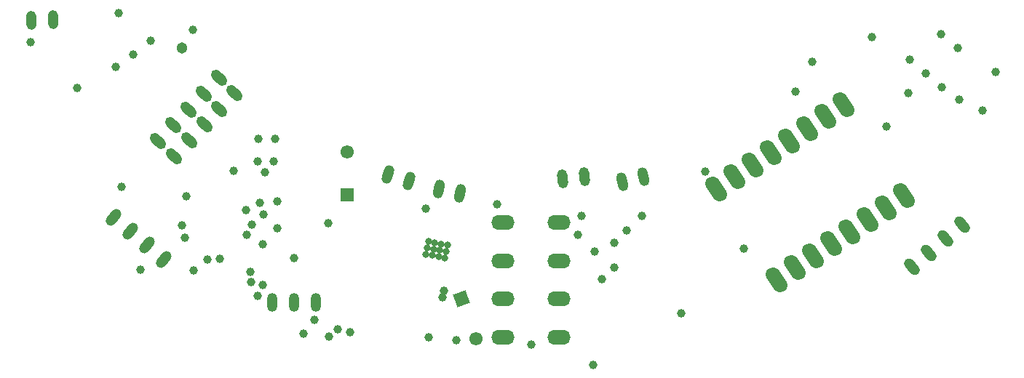
<source format=gbs>
%FSLAX25Y25*%
%MOIN*%
G70*
G01*
G75*
G04 Layer_Color=16711935*
G04:AMPARAMS|DCode=10|XSize=37.4mil|YSize=29.53mil|CornerRadius=0mil|HoleSize=0mil|Usage=FLASHONLY|Rotation=93.284|XOffset=0mil|YOffset=0mil|HoleType=Round|Shape=Rectangle|*
%AMROTATEDRECTD10*
4,1,4,0.01581,-0.01782,-0.01367,-0.01952,-0.01581,0.01782,0.01367,0.01952,0.01581,-0.01782,0.0*
%
%ADD10ROTATEDRECTD10*%

G04:AMPARAMS|DCode=11|XSize=59.06mil|YSize=118.11mil|CornerRadius=0mil|HoleSize=0mil|Usage=FLASHONLY|Rotation=325.000|XOffset=0mil|YOffset=0mil|HoleType=Round|Shape=Rectangle|*
%AMROTATEDRECTD11*
4,1,4,-0.05806,-0.03144,0.00969,0.06531,0.05806,0.03144,-0.00969,-0.06531,-0.05806,-0.03144,0.0*
%
%ADD11ROTATEDRECTD11*%

G04:AMPARAMS|DCode=12|XSize=37.4mil|YSize=29.53mil|CornerRadius=0mil|HoleSize=0mil|Usage=FLASHONLY|Rotation=214.500|XOffset=0mil|YOffset=0mil|HoleType=Round|Shape=Rectangle|*
%AMROTATEDRECTD12*
4,1,4,0.00705,0.02276,0.02377,-0.00158,-0.00705,-0.02276,-0.02377,0.00158,0.00705,0.02276,0.0*
%
%ADD12ROTATEDRECTD12*%

G04:AMPARAMS|DCode=13|XSize=37.4mil|YSize=29.53mil|CornerRadius=0mil|HoleSize=0mil|Usage=FLASHONLY|Rotation=212.500|XOffset=0mil|YOffset=0mil|HoleType=Round|Shape=Rectangle|*
%AMROTATEDRECTD13*
4,1,4,0.00784,0.02250,0.02371,-0.00240,-0.00784,-0.02250,-0.02371,0.00240,0.00784,0.02250,0.0*
%
%ADD13ROTATEDRECTD13*%

G04:AMPARAMS|DCode=14|XSize=37.4mil|YSize=29.53mil|CornerRadius=0mil|HoleSize=0mil|Usage=FLASHONLY|Rotation=120.243|XOffset=0mil|YOffset=0mil|HoleType=Round|Shape=Rectangle|*
%AMROTATEDRECTD14*
4,1,4,0.02217,-0.00872,-0.00334,-0.02359,-0.02217,0.00872,0.00334,0.02359,0.02217,-0.00872,0.0*
%
%ADD14ROTATEDRECTD14*%

G04:AMPARAMS|DCode=15|XSize=37.4mil|YSize=29.53mil|CornerRadius=0mil|HoleSize=0mil|Usage=FLASHONLY|Rotation=210.500|XOffset=0mil|YOffset=0mil|HoleType=Round|Shape=Rectangle|*
%AMROTATEDRECTD15*
4,1,4,0.00862,0.02221,0.02361,-0.00323,-0.00862,-0.02221,-0.02361,0.00323,0.00862,0.02221,0.0*
%
%ADD15ROTATEDRECTD15*%

G04:AMPARAMS|DCode=16|XSize=37.4mil|YSize=29.53mil|CornerRadius=0mil|HoleSize=0mil|Usage=FLASHONLY|Rotation=213.500|XOffset=0mil|YOffset=0mil|HoleType=Round|Shape=Rectangle|*
%AMROTATEDRECTD16*
4,1,4,0.00745,0.02263,0.02374,-0.00199,-0.00745,-0.02263,-0.02374,0.00199,0.00745,0.02263,0.0*
%
%ADD16ROTATEDRECTD16*%

G04:AMPARAMS|DCode=17|XSize=37.4mil|YSize=29.53mil|CornerRadius=0mil|HoleSize=0mil|Usage=FLASHONLY|Rotation=130.000|XOffset=0mil|YOffset=0mil|HoleType=Round|Shape=Rectangle|*
%AMROTATEDRECTD17*
4,1,4,0.02333,-0.00484,0.00071,-0.02382,-0.02333,0.00484,-0.00071,0.02382,0.02333,-0.00484,0.0*
%
%ADD17ROTATEDRECTD17*%

G04:AMPARAMS|DCode=18|XSize=37.4mil|YSize=29.53mil|CornerRadius=0mil|HoleSize=0mil|Usage=FLASHONLY|Rotation=216.500|XOffset=0mil|YOffset=0mil|HoleType=Round|Shape=Rectangle|*
%AMROTATEDRECTD18*
4,1,4,0.00625,0.02299,0.02382,-0.00074,-0.00625,-0.02299,-0.02382,0.00074,0.00625,0.02299,0.0*
%
%ADD18ROTATEDRECTD18*%

G04:AMPARAMS|DCode=19|XSize=37.4mil|YSize=29.53mil|CornerRadius=0mil|HoleSize=0mil|Usage=FLASHONLY|Rotation=219.500|XOffset=0mil|YOffset=0mil|HoleType=Round|Shape=Rectangle|*
%AMROTATEDRECTD19*
4,1,4,0.00504,0.02329,0.02382,0.00050,-0.00504,-0.02329,-0.02382,-0.00050,0.00504,0.02329,0.0*
%
%ADD19ROTATEDRECTD19*%

G04:AMPARAMS|DCode=20|XSize=37.4mil|YSize=29.53mil|CornerRadius=0mil|HoleSize=0mil|Usage=FLASHONLY|Rotation=222.500|XOffset=0mil|YOffset=0mil|HoleType=Round|Shape=Rectangle|*
%AMROTATEDRECTD20*
4,1,4,0.00381,0.02352,0.02376,0.00175,-0.00381,-0.02352,-0.02376,-0.00175,0.00381,0.02352,0.0*
%
%ADD20ROTATEDRECTD20*%

G04:AMPARAMS|DCode=21|XSize=37.4mil|YSize=29.53mil|CornerRadius=0mil|HoleSize=0mil|Usage=FLASHONLY|Rotation=45.000|XOffset=0mil|YOffset=0mil|HoleType=Round|Shape=Rectangle|*
%AMROTATEDRECTD21*
4,1,4,-0.00278,-0.02366,-0.02366,-0.00278,0.00278,0.02366,0.02366,0.00278,-0.00278,-0.02366,0.0*
%
%ADD21ROTATEDRECTD21*%

G04:AMPARAMS|DCode=22|XSize=37.4mil|YSize=29.53mil|CornerRadius=0mil|HoleSize=0mil|Usage=FLASHONLY|Rotation=259.000|XOffset=0mil|YOffset=0mil|HoleType=Round|Shape=Rectangle|*
%AMROTATEDRECTD22*
4,1,4,-0.01092,0.02117,0.01806,0.01554,0.01092,-0.02117,-0.01806,-0.01554,-0.01092,0.02117,0.0*
%
%ADD22ROTATEDRECTD22*%

G04:AMPARAMS|DCode=23|XSize=37.4mil|YSize=29.53mil|CornerRadius=0mil|HoleSize=0mil|Usage=FLASHONLY|Rotation=262.500|XOffset=0mil|YOffset=0mil|HoleType=Round|Shape=Rectangle|*
%AMROTATEDRECTD23*
4,1,4,-0.01220,0.02047,0.01708,0.01661,0.01220,-0.02047,-0.01708,-0.01661,-0.01220,0.02047,0.0*
%
%ADD23ROTATEDRECTD23*%

G04:AMPARAMS|DCode=24|XSize=37.4mil|YSize=29.53mil|CornerRadius=0mil|HoleSize=0mil|Usage=FLASHONLY|Rotation=358.956|XOffset=0mil|YOffset=0mil|HoleType=Round|Shape=Rectangle|*
%AMROTATEDRECTD24*
4,1,4,-0.01897,-0.01442,-0.01843,0.01510,0.01897,0.01442,0.01843,-0.01510,-0.01897,-0.01442,0.0*
%
%ADD24ROTATEDRECTD24*%

G04:AMPARAMS|DCode=25|XSize=37.4mil|YSize=29.53mil|CornerRadius=0mil|HoleSize=0mil|Usage=FLASHONLY|Rotation=199.000|XOffset=0mil|YOffset=0mil|HoleType=Round|Shape=Rectangle|*
%AMROTATEDRECTD25*
4,1,4,0.01288,0.02005,0.02249,-0.00787,-0.01288,-0.02005,-0.02249,0.00787,0.01288,0.02005,0.0*
%
%ADD25ROTATEDRECTD25*%

G04:AMPARAMS|DCode=26|XSize=37.4mil|YSize=29.53mil|CornerRadius=0mil|HoleSize=0mil|Usage=FLASHONLY|Rotation=182.681|XOffset=0mil|YOffset=0mil|HoleType=Round|Shape=Rectangle|*
%AMROTATEDRECTD26*
4,1,4,0.01799,0.01562,0.01937,-0.01387,-0.01799,-0.01562,-0.01937,0.01387,0.01799,0.01562,0.0*
%
%ADD26ROTATEDRECTD26*%

G04:AMPARAMS|DCode=27|XSize=37.4mil|YSize=29.53mil|CornerRadius=0mil|HoleSize=0mil|Usage=FLASHONLY|Rotation=95.500|XOffset=0mil|YOffset=0mil|HoleType=Round|Shape=Rectangle|*
%AMROTATEDRECTD27*
4,1,4,0.01649,-0.01720,-0.01290,-0.02003,-0.01649,0.01720,0.01290,0.02003,0.01649,-0.01720,0.0*
%
%ADD27ROTATEDRECTD27*%

G04:AMPARAMS|DCode=28|XSize=37.4mil|YSize=29.53mil|CornerRadius=0mil|HoleSize=0mil|Usage=FLASHONLY|Rotation=77.000|XOffset=0mil|YOffset=0mil|HoleType=Round|Shape=Rectangle|*
%AMROTATEDRECTD28*
4,1,4,0.01018,-0.02154,-0.01859,-0.01490,-0.01018,0.02154,0.01859,0.01490,0.01018,-0.02154,0.0*
%
%ADD28ROTATEDRECTD28*%

%ADD29R,0.05709X0.01181*%
%ADD30R,0.01181X0.05709*%
G04:AMPARAMS|DCode=31|XSize=37.4mil|YSize=29.53mil|CornerRadius=0mil|HoleSize=0mil|Usage=FLASHONLY|Rotation=96.500|XOffset=0mil|YOffset=0mil|HoleType=Round|Shape=Rectangle|*
%AMROTATEDRECTD31*
4,1,4,0.01679,-0.01691,-0.01255,-0.02025,-0.01679,0.01691,0.01255,0.02025,0.01679,-0.01691,0.0*
%
%ADD31ROTATEDRECTD31*%

G04:AMPARAMS|DCode=32|XSize=37.4mil|YSize=29.53mil|CornerRadius=0mil|HoleSize=0mil|Usage=FLASHONLY|Rotation=272.280|XOffset=0mil|YOffset=0mil|HoleType=Round|Shape=Rectangle|*
%AMROTATEDRECTD32*
4,1,4,-0.01550,0.01810,0.01401,0.01927,0.01550,-0.01810,-0.01401,-0.01927,-0.01550,0.01810,0.0*
%
%ADD32ROTATEDRECTD32*%

G04:AMPARAMS|DCode=33|XSize=37.4mil|YSize=29.53mil|CornerRadius=0mil|HoleSize=0mil|Usage=FLASHONLY|Rotation=84.948|XOffset=0mil|YOffset=0mil|HoleType=Round|Shape=Rectangle|*
%AMROTATEDRECTD33*
4,1,4,0.01306,-0.01993,-0.01635,-0.01733,-0.01306,0.01993,0.01635,0.01733,0.01306,-0.01993,0.0*
%
%ADD33ROTATEDRECTD33*%

G04:AMPARAMS|DCode=34|XSize=66.93mil|YSize=78.74mil|CornerRadius=0mil|HoleSize=0mil|Usage=FLASHONLY|Rotation=162.000|XOffset=0mil|YOffset=0mil|HoleType=Round|Shape=Rectangle|*
%AMROTATEDRECTD34*
4,1,4,0.04399,0.02710,0.01966,-0.04778,-0.04399,-0.02710,-0.01966,0.04778,0.04399,0.02710,0.0*
%
%ADD34ROTATEDRECTD34*%

G04:AMPARAMS|DCode=35|XSize=37.4mil|YSize=29.53mil|CornerRadius=0mil|HoleSize=0mil|Usage=FLASHONLY|Rotation=77.000|XOffset=0mil|YOffset=0mil|HoleType=Round|Shape=Rectangle|*
%AMROTATEDRECTD35*
4,1,4,0.01018,-0.02154,-0.01859,-0.01490,-0.01018,0.02154,0.01859,0.01490,0.01018,-0.02154,0.0*
%
%ADD35ROTATEDRECTD35*%

G04:AMPARAMS|DCode=36|XSize=37.4mil|YSize=29.53mil|CornerRadius=0mil|HoleSize=0mil|Usage=FLASHONLY|Rotation=352.500|XOffset=0mil|YOffset=0mil|HoleType=Round|Shape=Rectangle|*
%AMROTATEDRECTD36*
4,1,4,-0.02047,-0.01220,-0.01661,0.01708,0.02047,0.01220,0.01661,-0.01708,-0.02047,-0.01220,0.0*
%
%ADD36ROTATEDRECTD36*%

%ADD37P,0.12806X4X213.0*%
G04:AMPARAMS|DCode=38|XSize=37.4mil|YSize=29.53mil|CornerRadius=0mil|HoleSize=0mil|Usage=FLASHONLY|Rotation=96.500|XOffset=0mil|YOffset=0mil|HoleType=Round|Shape=Rectangle|*
%AMROTATEDRECTD38*
4,1,4,0.01679,-0.01691,-0.01255,-0.02025,-0.01679,0.01691,0.01255,0.02025,0.01679,-0.01691,0.0*
%
%ADD38ROTATEDRECTD38*%

G04:AMPARAMS|DCode=39|XSize=37.4mil|YSize=29.53mil|CornerRadius=0mil|HoleSize=0mil|Usage=FLASHONLY|Rotation=74.487|XOffset=0mil|YOffset=0mil|HoleType=Round|Shape=Rectangle|*
%AMROTATEDRECTD39*
4,1,4,0.00922,-0.02197,-0.01923,-0.01407,-0.00922,0.02197,0.01923,0.01407,0.00922,-0.02197,0.0*
%
%ADD39ROTATEDRECTD39*%

G04:AMPARAMS|DCode=40|XSize=59.06mil|YSize=118.11mil|CornerRadius=0mil|HoleSize=0mil|Usage=FLASHONLY|Rotation=33.000|XOffset=0mil|YOffset=0mil|HoleType=Round|Shape=Rectangle|*
%AMROTATEDRECTD40*
4,1,4,0.00740,-0.06561,-0.05693,0.03345,-0.00740,0.06561,0.05693,-0.03345,0.00740,-0.06561,0.0*
%
%ADD40ROTATEDRECTD40*%

G04:AMPARAMS|DCode=41|XSize=37.4mil|YSize=29.53mil|CornerRadius=0mil|HoleSize=0mil|Usage=FLASHONLY|Rotation=215.500|XOffset=0mil|YOffset=0mil|HoleType=Round|Shape=Rectangle|*
%AMROTATEDRECTD41*
4,1,4,0.00665,0.02288,0.02380,-0.00116,-0.00665,-0.02288,-0.02380,0.00116,0.00665,0.02288,0.0*
%
%ADD41ROTATEDRECTD41*%

G04:AMPARAMS|DCode=42|XSize=23.62mil|YSize=57.09mil|CornerRadius=0mil|HoleSize=0mil|Usage=FLASHONLY|Rotation=349.000|XOffset=0mil|YOffset=0mil|HoleType=Round|Shape=Rectangle|*
%AMROTATEDRECTD42*
4,1,4,-0.01704,-0.02577,-0.00615,0.03027,0.01704,0.02577,0.00615,-0.03027,-0.01704,-0.02577,0.0*
%
%ADD42ROTATEDRECTD42*%

G04:AMPARAMS|DCode=43|XSize=108.27mil|YSize=122.05mil|CornerRadius=0mil|HoleSize=0mil|Usage=FLASHONLY|Rotation=259.000|XOffset=0mil|YOffset=0mil|HoleType=Round|Shape=Rectangle|*
%AMROTATEDRECTD43*
4,1,4,-0.04957,0.06478,0.07023,0.04150,0.04957,-0.06478,-0.07023,-0.04150,-0.04957,0.06478,0.0*
%
%ADD43ROTATEDRECTD43*%

G04:AMPARAMS|DCode=44|XSize=37.4mil|YSize=29.53mil|CornerRadius=0mil|HoleSize=0mil|Usage=FLASHONLY|Rotation=100.500|XOffset=0mil|YOffset=0mil|HoleType=Round|Shape=Rectangle|*
%AMROTATEDRECTD44*
4,1,4,0.01792,-0.01570,-0.01111,-0.02108,-0.01792,0.01570,0.01111,0.02108,0.01792,-0.01570,0.0*
%
%ADD44ROTATEDRECTD44*%

%ADD45C,0.03000*%
%ADD46C,0.01000*%
%ADD47C,0.05000*%
%ADD48P,0.07517X4X134.5*%
%ADD49C,0.05315*%
G04:AMPARAMS|DCode=50|XSize=39.37mil|YSize=78.74mil|CornerRadius=0mil|HoleSize=0mil|Usage=FLASHONLY|Rotation=320.000|XOffset=0mil|YOffset=0mil|HoleType=Round|Shape=Round|*
%AMOVALD50*
21,1,0.03937,0.03937,0.00000,0.00000,50.0*
1,1,0.03937,-0.01265,-0.01508*
1,1,0.03937,0.01265,0.01508*
%
%ADD50OVALD50*%

G04:AMPARAMS|DCode=51|XSize=39.37mil|YSize=78.74mil|CornerRadius=0mil|HoleSize=0mil|Usage=FLASHONLY|Rotation=46.000|XOffset=0mil|YOffset=0mil|HoleType=Round|Shape=Round|*
%AMOVALD51*
21,1,0.03937,0.03937,0.00000,0.00000,136.0*
1,1,0.03937,0.01416,-0.01367*
1,1,0.03937,-0.01416,0.01367*
%
%ADD51OVALD51*%

G04:AMPARAMS|DCode=52|XSize=39.37mil|YSize=78.74mil|CornerRadius=0mil|HoleSize=0mil|Usage=FLASHONLY|Rotation=40.500|XOffset=0mil|YOffset=0mil|HoleType=Round|Shape=Round|*
%AMOVALD52*
21,1,0.03937,0.03937,0.00000,0.00000,130.5*
1,1,0.03937,0.01278,-0.01497*
1,1,0.03937,-0.01278,0.01497*
%
%ADD52OVALD52*%

G04:AMPARAMS|DCode=53|XSize=39.37mil|YSize=78.74mil|CornerRadius=0mil|HoleSize=0mil|Usage=FLASHONLY|Rotation=342.000|XOffset=0mil|YOffset=0mil|HoleType=Round|Shape=Round|*
%AMOVALD53*
21,1,0.03937,0.03937,0.00000,0.00000,72.0*
1,1,0.03937,-0.00608,-0.01872*
1,1,0.03937,0.00608,0.01872*
%
%ADD53OVALD53*%

G04:AMPARAMS|DCode=54|XSize=39.37mil|YSize=78.74mil|CornerRadius=0mil|HoleSize=0mil|Usage=FLASHONLY|Rotation=14.000|XOffset=0mil|YOffset=0mil|HoleType=Round|Shape=Round|*
%AMOVALD54*
21,1,0.03937,0.03937,0.00000,0.00000,104.0*
1,1,0.03937,0.00476,-0.01910*
1,1,0.03937,-0.00476,0.01910*
%
%ADD54OVALD54*%

G04:AMPARAMS|DCode=55|XSize=39.37mil|YSize=78.74mil|CornerRadius=0mil|HoleSize=0mil|Usage=FLASHONLY|Rotation=6.000|XOffset=0mil|YOffset=0mil|HoleType=Round|Shape=Round|*
%AMOVALD55*
21,1,0.03937,0.03937,0.00000,0.00000,96.0*
1,1,0.03937,0.00206,-0.01958*
1,1,0.03937,-0.00206,0.01958*
%
%ADD55OVALD55*%

%ADD56O,0.09843X0.05906*%
%ADD57O,0.03937X0.07874*%
%ADD58P,0.07517X4X335.0*%
G04:AMPARAMS|DCode=59|XSize=39.37mil|YSize=78.74mil|CornerRadius=0mil|HoleSize=0mil|Usage=FLASHONLY|Rotation=349.000|XOffset=0mil|YOffset=0mil|HoleType=Round|Shape=Round|*
%AMOVALD59*
21,1,0.03937,0.03937,0.00000,0.00000,79.0*
1,1,0.03937,-0.00376,-0.01932*
1,1,0.03937,0.00376,0.01932*
%
%ADD59OVALD59*%

G04:AMPARAMS|DCode=60|XSize=59.06mil|YSize=118.11mil|CornerRadius=0mil|HoleSize=0mil|Usage=FLASHONLY|Rotation=33.500|XOffset=0mil|YOffset=0mil|HoleType=Round|Shape=Round|*
%AMOVALD60*
21,1,0.05906,0.05906,0.00000,0.00000,123.5*
1,1,0.05906,0.01630,-0.02462*
1,1,0.05906,-0.01630,0.02462*
%
%ADD60OVALD60*%

G04:AMPARAMS|DCode=61|XSize=39.37mil|YSize=78.74mil|CornerRadius=0mil|HoleSize=0mil|Usage=FLASHONLY|Rotation=182.000|XOffset=0mil|YOffset=0mil|HoleType=Round|Shape=Round|*
%AMOVALD61*
21,1,0.03937,0.03937,0.00000,0.00000,272.0*
1,1,0.03937,-0.00069,0.01967*
1,1,0.03937,0.00069,-0.01967*
%
%ADD61OVALD61*%

%ADD62C,0.02362*%
%ADD63C,0.03150*%
%ADD64C,0.04331*%
%ADD65C,0.00787*%
%ADD66C,0.02362*%
%ADD67C,0.00984*%
%ADD68C,0.00394*%
%ADD69C,0.00197*%
G04:AMPARAMS|DCode=70|XSize=45.4mil|YSize=37.53mil|CornerRadius=0mil|HoleSize=0mil|Usage=FLASHONLY|Rotation=93.284|XOffset=0mil|YOffset=0mil|HoleType=Round|Shape=Rectangle|*
%AMROTATEDRECTD70*
4,1,4,0.02003,-0.02159,-0.01743,-0.02374,-0.02003,0.02159,0.01743,0.02374,0.02003,-0.02159,0.0*
%
%ADD70ROTATEDRECTD70*%

G04:AMPARAMS|DCode=71|XSize=67.06mil|YSize=126.11mil|CornerRadius=0mil|HoleSize=0mil|Usage=FLASHONLY|Rotation=325.000|XOffset=0mil|YOffset=0mil|HoleType=Round|Shape=Rectangle|*
%AMROTATEDRECTD71*
4,1,4,-0.06363,-0.03242,0.00870,0.07088,0.06363,0.03242,-0.00870,-0.07088,-0.06363,-0.03242,0.0*
%
%ADD71ROTATEDRECTD71*%

G04:AMPARAMS|DCode=72|XSize=45.4mil|YSize=37.53mil|CornerRadius=0mil|HoleSize=0mil|Usage=FLASHONLY|Rotation=214.500|XOffset=0mil|YOffset=0mil|HoleType=Round|Shape=Rectangle|*
%AMROTATEDRECTD72*
4,1,4,0.00808,0.02832,0.02934,-0.00261,-0.00808,-0.02832,-0.02934,0.00261,0.00808,0.02832,0.0*
%
%ADD72ROTATEDRECTD72*%

G04:AMPARAMS|DCode=73|XSize=45.4mil|YSize=37.53mil|CornerRadius=0mil|HoleSize=0mil|Usage=FLASHONLY|Rotation=212.500|XOffset=0mil|YOffset=0mil|HoleType=Round|Shape=Rectangle|*
%AMROTATEDRECTD73*
4,1,4,0.00906,0.02802,0.02923,-0.00363,-0.00906,-0.02802,-0.02923,0.00363,0.00906,0.02802,0.0*
%
%ADD73ROTATEDRECTD73*%

G04:AMPARAMS|DCode=74|XSize=45.4mil|YSize=37.53mil|CornerRadius=0mil|HoleSize=0mil|Usage=FLASHONLY|Rotation=120.243|XOffset=0mil|YOffset=0mil|HoleType=Round|Shape=Rectangle|*
%AMROTATEDRECTD74*
4,1,4,0.02764,-0.01016,-0.00478,-0.02906,-0.02764,0.01016,0.00478,0.02906,0.02764,-0.01016,0.0*
%
%ADD74ROTATEDRECTD74*%

G04:AMPARAMS|DCode=75|XSize=45.4mil|YSize=37.53mil|CornerRadius=0mil|HoleSize=0mil|Usage=FLASHONLY|Rotation=210.500|XOffset=0mil|YOffset=0mil|HoleType=Round|Shape=Rectangle|*
%AMROTATEDRECTD75*
4,1,4,0.01004,0.02769,0.02908,-0.00465,-0.01004,-0.02769,-0.02908,0.00465,0.01004,0.02769,0.0*
%
%ADD75ROTATEDRECTD75*%

G04:AMPARAMS|DCode=76|XSize=45.4mil|YSize=37.53mil|CornerRadius=0mil|HoleSize=0mil|Usage=FLASHONLY|Rotation=213.500|XOffset=0mil|YOffset=0mil|HoleType=Round|Shape=Rectangle|*
%AMROTATEDRECTD76*
4,1,4,0.00857,0.02818,0.02929,-0.00312,-0.00857,-0.02818,-0.02929,0.00312,0.00857,0.02818,0.0*
%
%ADD76ROTATEDRECTD76*%

G04:AMPARAMS|DCode=77|XSize=45.4mil|YSize=37.53mil|CornerRadius=0mil|HoleSize=0mil|Usage=FLASHONLY|Rotation=130.000|XOffset=0mil|YOffset=0mil|HoleType=Round|Shape=Rectangle|*
%AMROTATEDRECTD77*
4,1,4,0.02897,-0.00533,0.00022,-0.02945,-0.02897,0.00533,-0.00022,0.02945,0.02897,-0.00533,0.0*
%
%ADD77ROTATEDRECTD77*%

G04:AMPARAMS|DCode=78|XSize=45.4mil|YSize=37.53mil|CornerRadius=0mil|HoleSize=0mil|Usage=FLASHONLY|Rotation=216.500|XOffset=0mil|YOffset=0mil|HoleType=Round|Shape=Rectangle|*
%AMROTATEDRECTD78*
4,1,4,0.00709,0.02859,0.02941,-0.00158,-0.00709,-0.02859,-0.02941,0.00158,0.00709,0.02859,0.0*
%
%ADD78ROTATEDRECTD78*%

G04:AMPARAMS|DCode=79|XSize=45.4mil|YSize=37.53mil|CornerRadius=0mil|HoleSize=0mil|Usage=FLASHONLY|Rotation=219.500|XOffset=0mil|YOffset=0mil|HoleType=Round|Shape=Rectangle|*
%AMROTATEDRECTD79*
4,1,4,0.00558,0.02892,0.02945,-0.00004,-0.00558,-0.02892,-0.02945,0.00004,0.00558,0.02892,0.0*
%
%ADD79ROTATEDRECTD79*%

G04:AMPARAMS|DCode=80|XSize=45.4mil|YSize=37.53mil|CornerRadius=0mil|HoleSize=0mil|Usage=FLASHONLY|Rotation=222.500|XOffset=0mil|YOffset=0mil|HoleType=Round|Shape=Rectangle|*
%AMROTATEDRECTD80*
4,1,4,0.00406,0.02917,0.02941,0.00150,-0.00406,-0.02917,-0.02941,-0.00150,0.00406,0.02917,0.0*
%
%ADD80ROTATEDRECTD80*%

G04:AMPARAMS|DCode=81|XSize=45.4mil|YSize=37.53mil|CornerRadius=0mil|HoleSize=0mil|Usage=FLASHONLY|Rotation=45.000|XOffset=0mil|YOffset=0mil|HoleType=Round|Shape=Rectangle|*
%AMROTATEDRECTD81*
4,1,4,-0.00278,-0.02932,-0.02932,-0.00278,0.00278,0.02932,0.02932,0.00278,-0.00278,-0.02932,0.0*
%
%ADD81ROTATEDRECTD81*%

G04:AMPARAMS|DCode=82|XSize=45.4mil|YSize=37.53mil|CornerRadius=0mil|HoleSize=0mil|Usage=FLASHONLY|Rotation=259.000|XOffset=0mil|YOffset=0mil|HoleType=Round|Shape=Rectangle|*
%AMROTATEDRECTD82*
4,1,4,-0.01409,0.02586,0.02275,0.01870,0.01409,-0.02586,-0.02275,-0.01870,-0.01409,0.02586,0.0*
%
%ADD82ROTATEDRECTD82*%

G04:AMPARAMS|DCode=83|XSize=45.4mil|YSize=37.53mil|CornerRadius=0mil|HoleSize=0mil|Usage=FLASHONLY|Rotation=262.500|XOffset=0mil|YOffset=0mil|HoleType=Round|Shape=Rectangle|*
%AMROTATEDRECTD83*
4,1,4,-0.01564,0.02496,0.02157,0.02006,0.01564,-0.02496,-0.02157,-0.02006,-0.01564,0.02496,0.0*
%
%ADD83ROTATEDRECTD83*%

G04:AMPARAMS|DCode=84|XSize=45.4mil|YSize=37.53mil|CornerRadius=0mil|HoleSize=0mil|Usage=FLASHONLY|Rotation=358.956|XOffset=0mil|YOffset=0mil|HoleType=Round|Shape=Rectangle|*
%AMROTATEDRECTD84*
4,1,4,-0.02304,-0.01835,-0.02236,0.01917,0.02304,0.01835,0.02236,-0.01917,-0.02304,-0.01835,0.0*
%
%ADD84ROTATEDRECTD84*%

G04:AMPARAMS|DCode=85|XSize=45.4mil|YSize=37.53mil|CornerRadius=0mil|HoleSize=0mil|Usage=FLASHONLY|Rotation=199.000|XOffset=0mil|YOffset=0mil|HoleType=Round|Shape=Rectangle|*
%AMROTATEDRECTD85*
4,1,4,0.01536,0.02513,0.02757,-0.01035,-0.01536,-0.02513,-0.02757,0.01035,0.01536,0.02513,0.0*
%
%ADD85ROTATEDRECTD85*%

G04:AMPARAMS|DCode=86|XSize=45.4mil|YSize=37.53mil|CornerRadius=0mil|HoleSize=0mil|Usage=FLASHONLY|Rotation=182.681|XOffset=0mil|YOffset=0mil|HoleType=Round|Shape=Rectangle|*
%AMROTATEDRECTD86*
4,1,4,0.02180,0.01981,0.02355,-0.01768,-0.02180,-0.01981,-0.02355,0.01768,0.02180,0.01981,0.0*
%
%ADD86ROTATEDRECTD86*%

G04:AMPARAMS|DCode=87|XSize=45.4mil|YSize=37.53mil|CornerRadius=0mil|HoleSize=0mil|Usage=FLASHONLY|Rotation=95.500|XOffset=0mil|YOffset=0mil|HoleType=Round|Shape=Rectangle|*
%AMROTATEDRECTD87*
4,1,4,0.02085,-0.02080,-0.01650,-0.02440,-0.02085,0.02080,0.01650,0.02440,0.02085,-0.02080,0.0*
%
%ADD87ROTATEDRECTD87*%

G04:AMPARAMS|DCode=88|XSize=45.4mil|YSize=37.53mil|CornerRadius=0mil|HoleSize=0mil|Usage=FLASHONLY|Rotation=77.000|XOffset=0mil|YOffset=0mil|HoleType=Round|Shape=Rectangle|*
%AMROTATEDRECTD88*
4,1,4,0.01318,-0.02634,-0.02339,-0.01790,-0.01318,0.02634,0.02339,0.01790,0.01318,-0.02634,0.0*
%
%ADD88ROTATEDRECTD88*%

%ADD89R,0.06509X0.01981*%
%ADD90R,0.01981X0.06509*%
G04:AMPARAMS|DCode=91|XSize=45.4mil|YSize=37.53mil|CornerRadius=0mil|HoleSize=0mil|Usage=FLASHONLY|Rotation=96.500|XOffset=0mil|YOffset=0mil|HoleType=Round|Shape=Rectangle|*
%AMROTATEDRECTD91*
4,1,4,0.02121,-0.02043,-0.01607,-0.02468,-0.02121,0.02043,0.01607,0.02468,0.02121,-0.02043,0.0*
%
%ADD91ROTATEDRECTD91*%

G04:AMPARAMS|DCode=92|XSize=45.4mil|YSize=37.53mil|CornerRadius=0mil|HoleSize=0mil|Usage=FLASHONLY|Rotation=272.280|XOffset=0mil|YOffset=0mil|HoleType=Round|Shape=Rectangle|*
%AMROTATEDRECTD92*
4,1,4,-0.01965,0.02194,0.01785,0.02343,0.01965,-0.02194,-0.01785,-0.02343,-0.01965,0.02194,0.0*
%
%ADD92ROTATEDRECTD92*%

G04:AMPARAMS|DCode=93|XSize=45.4mil|YSize=37.53mil|CornerRadius=0mil|HoleSize=0mil|Usage=FLASHONLY|Rotation=84.948|XOffset=0mil|YOffset=0mil|HoleType=Round|Shape=Rectangle|*
%AMROTATEDRECTD93*
4,1,4,0.01669,-0.02427,-0.02069,-0.02096,-0.01669,0.02427,0.02069,0.02096,0.01669,-0.02427,0.0*
%
%ADD93ROTATEDRECTD93*%

G04:AMPARAMS|DCode=94|XSize=74.93mil|YSize=86.74mil|CornerRadius=0mil|HoleSize=0mil|Usage=FLASHONLY|Rotation=162.000|XOffset=0mil|YOffset=0mil|HoleType=Round|Shape=Rectangle|*
%AMROTATEDRECTD94*
4,1,4,0.04903,0.02967,0.02223,-0.05283,-0.04903,-0.02967,-0.02223,0.05283,0.04903,0.02967,0.0*
%
%ADD94ROTATEDRECTD94*%

G04:AMPARAMS|DCode=95|XSize=45.4mil|YSize=37.53mil|CornerRadius=0mil|HoleSize=0mil|Usage=FLASHONLY|Rotation=77.000|XOffset=0mil|YOffset=0mil|HoleType=Round|Shape=Rectangle|*
%AMROTATEDRECTD95*
4,1,4,0.01318,-0.02634,-0.02339,-0.01790,-0.01318,0.02634,0.02339,0.01790,0.01318,-0.02634,0.0*
%
%ADD95ROTATEDRECTD95*%

G04:AMPARAMS|DCode=96|XSize=45.4mil|YSize=37.53mil|CornerRadius=0mil|HoleSize=0mil|Usage=FLASHONLY|Rotation=352.500|XOffset=0mil|YOffset=0mil|HoleType=Round|Shape=Rectangle|*
%AMROTATEDRECTD96*
4,1,4,-0.02496,-0.01564,-0.02006,0.02157,0.02496,0.01564,0.02006,-0.02157,-0.02496,-0.01564,0.0*
%
%ADD96ROTATEDRECTD96*%

%ADD97P,0.13937X4X213.0*%
G04:AMPARAMS|DCode=98|XSize=45.4mil|YSize=37.53mil|CornerRadius=0mil|HoleSize=0mil|Usage=FLASHONLY|Rotation=96.500|XOffset=0mil|YOffset=0mil|HoleType=Round|Shape=Rectangle|*
%AMROTATEDRECTD98*
4,1,4,0.02121,-0.02043,-0.01607,-0.02468,-0.02121,0.02043,0.01607,0.02468,0.02121,-0.02043,0.0*
%
%ADD98ROTATEDRECTD98*%

G04:AMPARAMS|DCode=99|XSize=45.4mil|YSize=37.53mil|CornerRadius=0mil|HoleSize=0mil|Usage=FLASHONLY|Rotation=74.487|XOffset=0mil|YOffset=0mil|HoleType=Round|Shape=Rectangle|*
%AMROTATEDRECTD99*
4,1,4,0.01201,-0.02689,-0.02415,-0.01686,-0.01201,0.02689,0.02415,0.01686,0.01201,-0.02689,0.0*
%
%ADD99ROTATEDRECTD99*%

G04:AMPARAMS|DCode=100|XSize=67.06mil|YSize=126.11mil|CornerRadius=0mil|HoleSize=0mil|Usage=FLASHONLY|Rotation=33.000|XOffset=0mil|YOffset=0mil|HoleType=Round|Shape=Rectangle|*
%AMROTATEDRECTD100*
4,1,4,0.00622,-0.07114,-0.06246,0.03462,-0.00622,0.07114,0.06246,-0.03462,0.00622,-0.07114,0.0*
%
%ADD100ROTATEDRECTD100*%

G04:AMPARAMS|DCode=101|XSize=45.4mil|YSize=37.53mil|CornerRadius=0mil|HoleSize=0mil|Usage=FLASHONLY|Rotation=215.500|XOffset=0mil|YOffset=0mil|HoleType=Round|Shape=Rectangle|*
%AMROTATEDRECTD101*
4,1,4,0.00759,0.02846,0.02938,-0.00209,-0.00759,-0.02846,-0.02938,0.00209,0.00759,0.02846,0.0*
%
%ADD101ROTATEDRECTD101*%

G04:AMPARAMS|DCode=102|XSize=31.62mil|YSize=65.09mil|CornerRadius=0mil|HoleSize=0mil|Usage=FLASHONLY|Rotation=349.000|XOffset=0mil|YOffset=0mil|HoleType=Round|Shape=Rectangle|*
%AMROTATEDRECTD102*
4,1,4,-0.02173,-0.02893,-0.00931,0.03496,0.02173,0.02893,0.00931,-0.03496,-0.02173,-0.02893,0.0*
%
%ADD102ROTATEDRECTD102*%

G04:AMPARAMS|DCode=103|XSize=116.27mil|YSize=130.05mil|CornerRadius=0mil|HoleSize=0mil|Usage=FLASHONLY|Rotation=259.000|XOffset=0mil|YOffset=0mil|HoleType=Round|Shape=Rectangle|*
%AMROTATEDRECTD103*
4,1,4,-0.05274,0.06947,0.07492,0.04466,0.05274,-0.06947,-0.07492,-0.04466,-0.05274,0.06947,0.0*
%
%ADD103ROTATEDRECTD103*%

G04:AMPARAMS|DCode=104|XSize=45.4mil|YSize=37.53mil|CornerRadius=0mil|HoleSize=0mil|Usage=FLASHONLY|Rotation=100.500|XOffset=0mil|YOffset=0mil|HoleType=Round|Shape=Rectangle|*
%AMROTATEDRECTD104*
4,1,4,0.02259,-0.01890,-0.01431,-0.02574,-0.02259,0.01890,0.01431,0.02574,0.02259,-0.01890,0.0*
%
%ADD104ROTATEDRECTD104*%

%ADD105P,0.08648X4X134.5*%
%ADD106C,0.06115*%
G04:AMPARAMS|DCode=107|XSize=47.37mil|YSize=86.74mil|CornerRadius=0mil|HoleSize=0mil|Usage=FLASHONLY|Rotation=320.000|XOffset=0mil|YOffset=0mil|HoleType=Round|Shape=Round|*
%AMOVALD107*
21,1,0.03937,0.04737,0.00000,0.00000,50.0*
1,1,0.04737,-0.01265,-0.01508*
1,1,0.04737,0.01265,0.01508*
%
%ADD107OVALD107*%

G04:AMPARAMS|DCode=108|XSize=47.37mil|YSize=86.74mil|CornerRadius=0mil|HoleSize=0mil|Usage=FLASHONLY|Rotation=46.000|XOffset=0mil|YOffset=0mil|HoleType=Round|Shape=Round|*
%AMOVALD108*
21,1,0.03937,0.04737,0.00000,0.00000,136.0*
1,1,0.04737,0.01416,-0.01367*
1,1,0.04737,-0.01416,0.01367*
%
%ADD108OVALD108*%

G04:AMPARAMS|DCode=109|XSize=47.37mil|YSize=86.74mil|CornerRadius=0mil|HoleSize=0mil|Usage=FLASHONLY|Rotation=40.500|XOffset=0mil|YOffset=0mil|HoleType=Round|Shape=Round|*
%AMOVALD109*
21,1,0.03937,0.04737,0.00000,0.00000,130.5*
1,1,0.04737,0.01278,-0.01497*
1,1,0.04737,-0.01278,0.01497*
%
%ADD109OVALD109*%

G04:AMPARAMS|DCode=110|XSize=47.37mil|YSize=86.74mil|CornerRadius=0mil|HoleSize=0mil|Usage=FLASHONLY|Rotation=342.000|XOffset=0mil|YOffset=0mil|HoleType=Round|Shape=Round|*
%AMOVALD110*
21,1,0.03937,0.04737,0.00000,0.00000,72.0*
1,1,0.04737,-0.00608,-0.01872*
1,1,0.04737,0.00608,0.01872*
%
%ADD110OVALD110*%

G04:AMPARAMS|DCode=111|XSize=47.37mil|YSize=86.74mil|CornerRadius=0mil|HoleSize=0mil|Usage=FLASHONLY|Rotation=14.000|XOffset=0mil|YOffset=0mil|HoleType=Round|Shape=Round|*
%AMOVALD111*
21,1,0.03937,0.04737,0.00000,0.00000,104.0*
1,1,0.04737,0.00476,-0.01910*
1,1,0.04737,-0.00476,0.01910*
%
%ADD111OVALD111*%

G04:AMPARAMS|DCode=112|XSize=47.37mil|YSize=86.74mil|CornerRadius=0mil|HoleSize=0mil|Usage=FLASHONLY|Rotation=6.000|XOffset=0mil|YOffset=0mil|HoleType=Round|Shape=Round|*
%AMOVALD112*
21,1,0.03937,0.04737,0.00000,0.00000,96.0*
1,1,0.04737,0.00206,-0.01958*
1,1,0.04737,-0.00206,0.01958*
%
%ADD112OVALD112*%

%ADD113O,0.10642X0.06706*%
%ADD114O,0.04737X0.08674*%
%ADD115P,0.08648X4X335.0*%
G04:AMPARAMS|DCode=116|XSize=47.37mil|YSize=86.74mil|CornerRadius=0mil|HoleSize=0mil|Usage=FLASHONLY|Rotation=349.000|XOffset=0mil|YOffset=0mil|HoleType=Round|Shape=Round|*
%AMOVALD116*
21,1,0.03937,0.04737,0.00000,0.00000,79.0*
1,1,0.04737,-0.00376,-0.01932*
1,1,0.04737,0.00376,0.01932*
%
%ADD116OVALD116*%

G04:AMPARAMS|DCode=117|XSize=67.06mil|YSize=126.11mil|CornerRadius=0mil|HoleSize=0mil|Usage=FLASHONLY|Rotation=33.500|XOffset=0mil|YOffset=0mil|HoleType=Round|Shape=Round|*
%AMOVALD117*
21,1,0.05906,0.06706,0.00000,0.00000,123.5*
1,1,0.06706,0.01630,-0.02462*
1,1,0.06706,-0.01630,0.02462*
%
%ADD117OVALD117*%

G04:AMPARAMS|DCode=118|XSize=47.37mil|YSize=86.74mil|CornerRadius=0mil|HoleSize=0mil|Usage=FLASHONLY|Rotation=182.000|XOffset=0mil|YOffset=0mil|HoleType=Round|Shape=Round|*
%AMOVALD118*
21,1,0.03937,0.04737,0.00000,0.00000,272.0*
1,1,0.04737,-0.00069,0.01967*
1,1,0.04737,0.00069,-0.01967*
%
%ADD118OVALD118*%

%ADD119C,0.03162*%
%ADD120C,0.03950*%
%ADD121C,0.05131*%
D105*
X450267Y325015D02*
D03*
D106*
X450439Y344699D02*
D03*
X509236Y258964D02*
D03*
D107*
X343232Y314891D02*
D03*
X366213Y295607D02*
D03*
X358553Y302035D02*
D03*
X350892Y308463D02*
D03*
D108*
X377641Y364266D02*
D03*
X370695Y357072D02*
D03*
X363748Y349879D02*
D03*
X384588Y371459D02*
D03*
X391534Y378653D02*
D03*
X398728Y371706D02*
D03*
X391781Y364512D02*
D03*
X384835Y357319D02*
D03*
X377888Y350126D02*
D03*
X370941Y342932D02*
D03*
D109*
X716685Y298490D02*
D03*
X724289Y304984D02*
D03*
X731893Y311479D02*
D03*
X709081Y291995D02*
D03*
D110*
X469109Y334429D02*
D03*
X478620Y331339D02*
D03*
D111*
X586060Y333374D02*
D03*
X576357Y330955D02*
D03*
D112*
X559078Y333491D02*
D03*
X549133Y332446D02*
D03*
D113*
X521705Y294737D02*
D03*
Y312453D02*
D03*
X547295D02*
D03*
Y294737D02*
D03*
X521705Y277414D02*
D03*
Y259697D02*
D03*
X547295D02*
D03*
Y277414D02*
D03*
D114*
X416026Y275864D02*
D03*
X426026Y275864D02*
D03*
X436026Y275864D02*
D03*
D115*
X502503Y277462D02*
D03*
D116*
X492151Y327839D02*
D03*
X501968Y325931D02*
D03*
D117*
X705342Y324798D02*
D03*
X697003Y319279D02*
D03*
X688664Y313760D02*
D03*
X680326Y308240D02*
D03*
X671987Y302721D02*
D03*
X663648Y297202D02*
D03*
X655309Y291682D02*
D03*
X646970Y286163D02*
D03*
X619374Y327857D02*
D03*
X677745Y366493D02*
D03*
X669407Y360973D02*
D03*
X661068Y355454D02*
D03*
X652729Y349935D02*
D03*
X627712Y333377D02*
D03*
X636051Y338896D02*
D03*
X644390Y344415D02*
D03*
D118*
X315553Y405569D02*
D03*
X305559Y405220D02*
D03*
D119*
X496229Y301980D02*
D03*
X495666Y299081D02*
D03*
X495102Y296183D02*
D03*
X492204Y296746D02*
D03*
X492767Y299645D02*
D03*
X493330Y302543D02*
D03*
X490432Y303106D02*
D03*
X489869Y300208D02*
D03*
X489305Y297309D02*
D03*
X486407Y297873D02*
D03*
X486970Y300771D02*
D03*
X487534Y303670D02*
D03*
D120*
X405991Y289925D02*
D03*
X411837Y316145D02*
D03*
X451771Y261960D02*
D03*
X446128Y263362D02*
D03*
X442020Y260233D02*
D03*
X410449Y321543D02*
D03*
X403987Y317972D02*
D03*
X398304Y336206D02*
D03*
X430177Y261423D02*
D03*
X406348Y285204D02*
D03*
X411719Y283639D02*
D03*
X409174Y278750D02*
D03*
X697468Y356532D02*
D03*
X707971Y387220D02*
D03*
X730101Y392475D02*
D03*
X690675Y397483D02*
D03*
X722229Y398865D02*
D03*
X632085Y300321D02*
D03*
X585399Y315356D02*
D03*
X518858Y320745D02*
D03*
X614313Y335944D02*
D03*
X391884Y295666D02*
D03*
X426000Y296000D02*
D03*
X416799Y340316D02*
D03*
X409460D02*
D03*
X380084Y290569D02*
D03*
X386185Y295325D02*
D03*
X418326Y322275D02*
D03*
X418375Y309698D02*
D03*
X741202Y363813D02*
D03*
X747271Y381325D02*
D03*
X730777Y368892D02*
D03*
X722656Y374571D02*
D03*
X715159Y380875D02*
D03*
X563118Y247221D02*
D03*
X534500Y256351D02*
D03*
X435314Y267702D02*
D03*
X563504Y299197D02*
D03*
X486304Y318748D02*
D03*
X404205Y306877D02*
D03*
X406500Y311500D02*
D03*
X360381Y395864D02*
D03*
X352318Y389551D02*
D03*
X344305Y383835D02*
D03*
X326681Y373984D02*
D03*
X345756Y408321D02*
D03*
X411704Y302460D02*
D03*
X412726Y335520D02*
D03*
X376576Y324480D02*
D03*
X347021Y328720D02*
D03*
X305316Y395063D02*
D03*
X379765Y400768D02*
D03*
X355765Y290729D02*
D03*
X376099Y305434D02*
D03*
X374545Y311042D02*
D03*
X567069Y286343D02*
D03*
X557738Y315544D02*
D03*
X603456Y270853D02*
D03*
X572604Y291800D02*
D03*
Y303006D02*
D03*
X555883Y306817D02*
D03*
X441559Y312169D02*
D03*
X487631Y259685D02*
D03*
X500152Y258602D02*
D03*
X494057Y278145D02*
D03*
X494642Y280993D02*
D03*
X409587Y350690D02*
D03*
X417393Y350912D02*
D03*
X655805Y372345D02*
D03*
X663422Y385998D02*
D03*
X707357Y371866D02*
D03*
X578458Y308860D02*
D03*
D121*
X374774Y392448D02*
D03*
M02*

</source>
